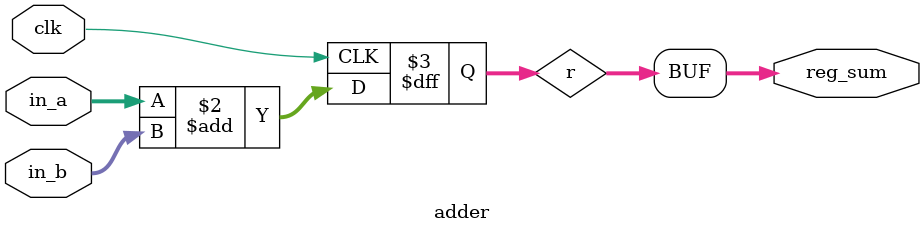
<source format=sv>

module adder #(parameter OPA_WIDTH=18, parameter OPB_WIDTH=18, parameter SUM_WIDTH=19) 
						(input clk,
				       input [OPA_WIDTH-1:0] in_a,
						 input [OPB_WIDTH-1:0] in_b, 
				       output [SUM_WIDTH-1:0] reg_sum);
		

logic [SUM_WIDTH-1:0] r;

assign reg_sum = r;


		
always @(posedge clk) begin

	
	r <= in_a + in_b;

		
end
		
		
endmodule

</source>
